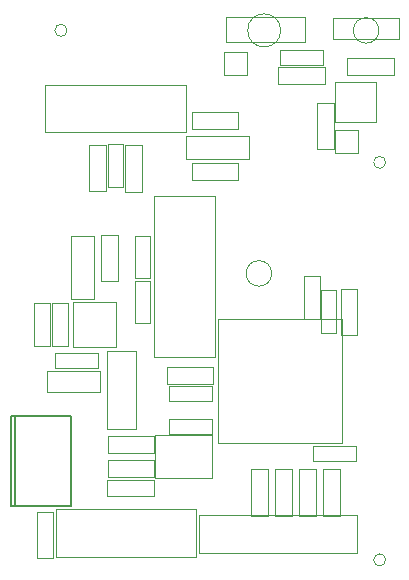
<source format=gbr>
G04 #@! TF.FileFunction,Other,User*
%FSLAX45Y45*%
G04 Gerber Fmt 4.5, Leading zero omitted, Abs format (unit mm)*
G04 Created by KiCad (PCBNEW 4.0.6) date Sun Nov 12 15:14:38 2017*
%MOMM*%
%LPD*%
G01*
G04 APERTURE LIST*
%ADD10C,0.050000*%
%ADD11C,0.076200*%
%ADD12C,0.150000*%
G04 APERTURE END LIST*
D10*
X10312400Y-11226800D02*
G75*
G03X10312400Y-11226800I-107950J0D01*
G01*
X11277600Y-10287000D02*
G75*
G03X11277600Y-10287000I-50800J0D01*
G01*
D11*
X9925050Y-9271000D02*
X10591800Y-9271000D01*
X9925050Y-9055100D02*
X9925050Y-9271000D01*
X10591800Y-9055100D02*
X9925050Y-9055100D01*
X10591800Y-9271000D02*
X10591800Y-9055100D01*
D10*
X8841400Y-12028400D02*
X8481400Y-12028400D01*
X8841400Y-12028400D02*
X8841400Y-11898400D01*
X8481400Y-11898400D02*
X8481400Y-12028400D01*
X8481400Y-11898400D02*
X8841400Y-11898400D01*
X9155200Y-11648100D02*
X9155200Y-11288100D01*
X9155200Y-11648100D02*
X9285200Y-11648100D01*
X9285200Y-11288100D02*
X9155200Y-11288100D01*
X9285200Y-11288100D02*
X9285200Y-11648100D01*
X8411000Y-12053200D02*
X8861000Y-12053200D01*
X8411000Y-12053200D02*
X8411000Y-12228200D01*
X8861000Y-12228200D02*
X8861000Y-12053200D01*
X8861000Y-12228200D02*
X8411000Y-12228200D01*
X9285200Y-10907100D02*
X9285200Y-11267100D01*
X9285200Y-10907100D02*
X9155200Y-10907100D01*
X9155200Y-11267100D02*
X9285200Y-11267100D01*
X9155200Y-11267100D02*
X9155200Y-10907100D01*
X9446600Y-12177800D02*
X9806600Y-12177800D01*
X9446600Y-12177800D02*
X9446600Y-12307800D01*
X9806600Y-12307800D02*
X9806600Y-12177800D01*
X9806600Y-12307800D02*
X9446600Y-12307800D01*
X8586700Y-11478600D02*
X8586700Y-11838600D01*
X8586700Y-11478600D02*
X8456700Y-11478600D01*
X8456700Y-11838600D02*
X8586700Y-11838600D01*
X8456700Y-11838600D02*
X8456700Y-11478600D01*
X9806600Y-12587200D02*
X9446600Y-12587200D01*
X9806600Y-12587200D02*
X9806600Y-12457200D01*
X9446600Y-12457200D02*
X9446600Y-12587200D01*
X9446600Y-12457200D02*
X9806600Y-12457200D01*
X8926600Y-10492400D02*
X8926600Y-10132400D01*
X8926600Y-10492400D02*
X9056600Y-10492400D01*
X9056600Y-10132400D02*
X8926600Y-10132400D01*
X9056600Y-10132400D02*
X9056600Y-10492400D01*
X10730000Y-11730650D02*
X10730000Y-11370650D01*
X10730000Y-11730650D02*
X10860000Y-11730650D01*
X10860000Y-11370650D02*
X10730000Y-11370650D01*
X10860000Y-11370650D02*
X10860000Y-11730650D01*
X9010800Y-10903800D02*
X9010800Y-11294800D01*
X9010800Y-10903800D02*
X8870800Y-10903800D01*
X8870800Y-11294800D02*
X9010800Y-11294800D01*
X8870800Y-11294800D02*
X8870800Y-10903800D01*
X10025800Y-10433200D02*
X9634800Y-10433200D01*
X10025800Y-10433200D02*
X10025800Y-10293200D01*
X9634800Y-10293200D02*
X9634800Y-10433200D01*
X9634800Y-10293200D02*
X10025800Y-10293200D01*
X9314600Y-12947800D02*
X8923600Y-12947800D01*
X9314600Y-12947800D02*
X9314600Y-12807800D01*
X8923600Y-12807800D02*
X8923600Y-12947800D01*
X8923600Y-12807800D02*
X9314600Y-12807800D01*
X9314600Y-12744600D02*
X8923600Y-12744600D01*
X9314600Y-12744600D02*
X9314600Y-12604600D01*
X8923600Y-12604600D02*
X8923600Y-12744600D01*
X8923600Y-12604600D02*
X9314600Y-12604600D01*
X10140800Y-13277000D02*
X10140800Y-12886000D01*
X10140800Y-13277000D02*
X10280800Y-13277000D01*
X10280800Y-12886000D02*
X10140800Y-12886000D01*
X10280800Y-12886000D02*
X10280800Y-13277000D01*
X8324700Y-13638950D02*
X8324700Y-13247950D01*
X8324700Y-13638950D02*
X8464700Y-13638950D01*
X8464700Y-13247950D02*
X8324700Y-13247950D01*
X8464700Y-13247950D02*
X8464700Y-13638950D01*
X10547200Y-13277000D02*
X10547200Y-12886000D01*
X10547200Y-13277000D02*
X10687200Y-13277000D01*
X10687200Y-12886000D02*
X10547200Y-12886000D01*
X10687200Y-12886000D02*
X10687200Y-13277000D01*
X10750400Y-13277000D02*
X10750400Y-12886000D01*
X10750400Y-13277000D02*
X10890400Y-13277000D01*
X10890400Y-12886000D02*
X10750400Y-12886000D01*
X10890400Y-12886000D02*
X10890400Y-13277000D01*
X8909200Y-10141800D02*
X8909200Y-10532800D01*
X8909200Y-10141800D02*
X8769200Y-10141800D01*
X8769200Y-10532800D02*
X8909200Y-10532800D01*
X8769200Y-10532800D02*
X8769200Y-10141800D01*
X9074000Y-10533800D02*
X9074000Y-10142800D01*
X9074000Y-10533800D02*
X9214000Y-10533800D01*
X9214000Y-10142800D02*
X9074000Y-10142800D01*
X9214000Y-10142800D02*
X9214000Y-10533800D01*
X10954600Y-9404200D02*
X11345600Y-9404200D01*
X10954600Y-9404200D02*
X10954600Y-9544200D01*
X11345600Y-9544200D02*
X11345600Y-9404200D01*
X11345600Y-9544200D02*
X10954600Y-9544200D01*
X10370400Y-9480400D02*
X10761400Y-9480400D01*
X10370400Y-9480400D02*
X10370400Y-9620400D01*
X10761400Y-9620400D02*
X10761400Y-9480400D01*
X10761400Y-9620400D02*
X10370400Y-9620400D01*
X8485500Y-13623900D02*
X9675500Y-13623900D01*
X9675500Y-13223900D02*
X9675500Y-13623900D01*
X8485500Y-13223900D02*
X8485500Y-13623900D01*
X8485500Y-13223900D02*
X9675500Y-13223900D01*
X9327800Y-12956200D02*
X9327800Y-12596200D01*
X9807800Y-12956200D02*
X9327800Y-12956200D01*
X9807800Y-12596200D02*
X9807800Y-12956200D01*
X9327800Y-12596200D02*
X9807800Y-12596200D01*
X10907250Y-11616200D02*
X9857250Y-11616200D01*
X10907250Y-12666200D02*
X9857250Y-12666200D01*
X10907250Y-11616200D02*
X10907250Y-12666200D01*
X9857250Y-11616200D02*
X9857250Y-12666200D01*
X9315800Y-11932200D02*
X9835800Y-11932200D01*
X9835800Y-11932200D02*
X9835800Y-10572200D01*
X9835800Y-10572200D02*
X9315800Y-10572200D01*
X9315800Y-10572200D02*
X9315800Y-11932200D01*
X10025800Y-10001400D02*
X9634800Y-10001400D01*
X10025800Y-10001400D02*
X10025800Y-9861400D01*
X9634800Y-9861400D02*
X9634800Y-10001400D01*
X9634800Y-9861400D02*
X10025800Y-9861400D01*
X10896450Y-11746650D02*
X10896450Y-11355650D01*
X10896450Y-11746650D02*
X11036450Y-11746650D01*
X11036450Y-11355650D02*
X10896450Y-11355650D01*
X11036450Y-11355650D02*
X11036450Y-11746650D01*
X8922400Y-12547400D02*
X8922400Y-11887400D01*
X9162400Y-12547400D02*
X9162400Y-11887400D01*
X8922400Y-12547400D02*
X9162400Y-12547400D01*
X8922400Y-11887400D02*
X9162400Y-11887400D01*
X8633800Y-11848600D02*
X8633800Y-11468600D01*
X8633800Y-11468600D02*
X8993800Y-11468600D01*
X8993800Y-11468600D02*
X8993800Y-11848600D01*
X8993800Y-11848600D02*
X8633800Y-11848600D01*
D12*
X8140700Y-12433300D02*
X8140700Y-13195300D01*
X8610600Y-13195300D02*
X8102600Y-13195300D01*
X8610600Y-12433300D02*
X8610600Y-13195300D01*
X8102600Y-12433300D02*
X8610600Y-12433300D01*
X8102600Y-12433300D02*
X8102600Y-13195300D01*
D10*
X8396600Y-10029800D02*
X9586600Y-10029800D01*
X9586600Y-9629800D02*
X9586600Y-10029800D01*
X8396600Y-9629800D02*
X8396600Y-10029800D01*
X8396600Y-9629800D02*
X9586600Y-9629800D01*
X11031200Y-13276600D02*
X9701200Y-13276600D01*
X9701200Y-13276600D02*
X9701200Y-13596600D01*
X9701200Y-13596600D02*
X11031200Y-13596600D01*
X11031200Y-13596600D02*
X11031200Y-13276600D01*
X10848600Y-9947400D02*
X10848600Y-9607400D01*
X10848600Y-9607400D02*
X11198600Y-9607400D01*
X11198600Y-9607400D02*
X11198600Y-9947400D01*
X11198600Y-9947400D02*
X10848600Y-9947400D01*
X10839600Y-9786200D02*
X10839600Y-10177200D01*
X10839600Y-9786200D02*
X10699600Y-9786200D01*
X10699600Y-10177200D02*
X10839600Y-10177200D01*
X10699600Y-10177200D02*
X10699600Y-9786200D01*
X8434300Y-11478600D02*
X8434300Y-11838600D01*
X8434300Y-11478600D02*
X8304300Y-11478600D01*
X8304300Y-11838600D02*
X8434300Y-11838600D01*
X8304300Y-11838600D02*
X8304300Y-11478600D01*
X10746400Y-9463000D02*
X10386400Y-9463000D01*
X10746400Y-9463000D02*
X10746400Y-9333000D01*
X10386400Y-9333000D02*
X10386400Y-9463000D01*
X10386400Y-9333000D02*
X10746400Y-9333000D01*
X8812200Y-11441000D02*
X8612200Y-11441000D01*
X8612200Y-11441000D02*
X8612200Y-10911000D01*
X8612200Y-10911000D02*
X8812200Y-10911000D01*
X8812200Y-10911000D02*
X8812200Y-11441000D01*
X10120200Y-10060000D02*
X10120200Y-10260000D01*
X10120200Y-10260000D02*
X9590200Y-10260000D01*
X9590200Y-10260000D02*
X9590200Y-10060000D01*
X9590200Y-10060000D02*
X10120200Y-10060000D01*
X10847400Y-10009200D02*
X11047400Y-10009200D01*
X11047400Y-10009200D02*
X11047400Y-10209200D01*
X11047400Y-10209200D02*
X10847400Y-10209200D01*
X10847400Y-10209200D02*
X10847400Y-10009200D01*
X9907600Y-9348800D02*
X10107600Y-9348800D01*
X10107600Y-9348800D02*
X10107600Y-9548800D01*
X10107600Y-9548800D02*
X9907600Y-9548800D01*
X9907600Y-9548800D02*
X9907600Y-9348800D01*
X10665800Y-12685800D02*
X11025800Y-12685800D01*
X10665800Y-12685800D02*
X10665800Y-12815800D01*
X11025800Y-12815800D02*
X11025800Y-12685800D01*
X11025800Y-12815800D02*
X10665800Y-12815800D01*
X9816250Y-12160400D02*
X9425250Y-12160400D01*
X9816250Y-12160400D02*
X9816250Y-12020400D01*
X9425250Y-12020400D02*
X9425250Y-12160400D01*
X9425250Y-12020400D02*
X9816250Y-12020400D01*
X10344000Y-13277000D02*
X10344000Y-12886000D01*
X10344000Y-13277000D02*
X10484000Y-13277000D01*
X10484000Y-12886000D02*
X10344000Y-12886000D01*
X10484000Y-12886000D02*
X10484000Y-13277000D01*
X8922600Y-12972900D02*
X9313600Y-12972900D01*
X8922600Y-12972900D02*
X8922600Y-13112900D01*
X9313600Y-13112900D02*
X9313600Y-12972900D01*
X9313600Y-13112900D02*
X8922600Y-13112900D01*
X10590300Y-11610000D02*
X10590300Y-11250000D01*
X10590300Y-11610000D02*
X10720300Y-11610000D01*
X10720300Y-11250000D02*
X10590300Y-11250000D01*
X10720300Y-11250000D02*
X10720300Y-11610000D01*
D11*
X10833100Y-9245600D02*
X11391900Y-9245600D01*
X10833100Y-9067800D02*
X10833100Y-9245600D01*
X11391900Y-9067800D02*
X10833100Y-9067800D01*
X11391900Y-9245600D02*
X11391900Y-9067800D01*
D10*
X11220450Y-9169400D02*
G75*
G03X11220450Y-9169400I-107950J0D01*
G01*
X10388600Y-9169400D02*
G75*
G03X10388600Y-9169400I-139700J0D01*
G01*
X11277600Y-13652500D02*
G75*
G03X11277600Y-13652500I-50800J0D01*
G01*
X8578850Y-9169400D02*
G75*
G03X8578850Y-9169400I-50800J0D01*
G01*
M02*

</source>
